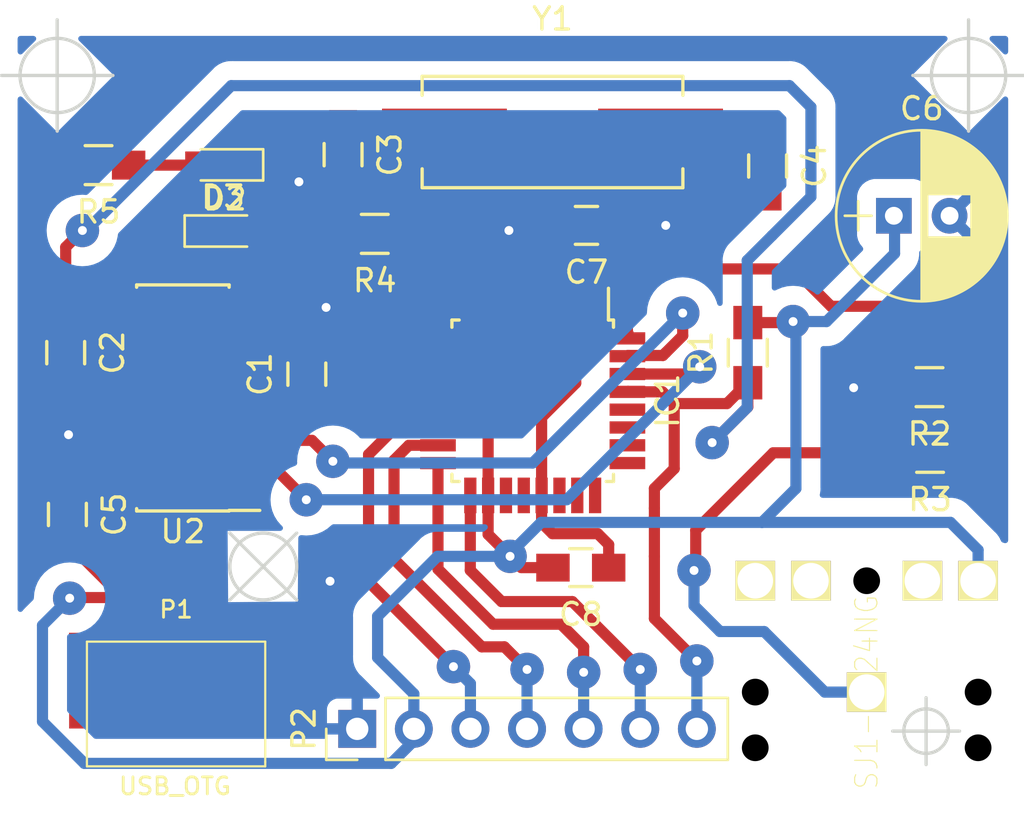
<source format=kicad_pcb>
(kicad_pcb (version 20221018) (generator pcbnew)
  (layers (0 "F.Cu" signal) (31 "B.Cu" signal) (34 "B.Paste" user) (35 "F.Paste" user) (36 "B.SilkS" user "B.Silkscreen") (37 "F.SilkS" user "F.Silkscreen") (38 "B.Mask" user) (39 "F.Mask" user) (44 "Edge.Cuts" user))
  (net 0 "")
  (net 1 "Net-(U1-Pad3)")
  (net 2 "+5V")
  (net 3 "Net-(U1-Pad4)")
  (net 4 "MM_TXD")
  (net 5 "Net-(P1-Pad2)")
  (net 6 "Net-(P1-Pad3)")
  (net 7 "Net-(P1-Pad4)")
  (net 8 "GND")
  (net 9 "Net-(C2-Pad1)")
  (net 10 "Net-(U2-Pad15)")
  (net 11 "Net-(U2-Pad14)")
  (net 12 "DTR")
  (net 13 "Net-(U2-Pad12)")
  (net 14 "Net-(U2-Pad11)")
  (net 15 "Net-(U2-Pad10)")
  (net 16 "Net-(U2-Pad9)")
  (net 17 "Net-(U2-Pad8)")
  (net 18 "CLKOUT")
  (net 19 "Net-(C1-Pad1)")
  (net 20 "TXD")
  (net 21 "RXD")
  (net 22 "Net-(IC1-Pad28)")
  (net 23 "Net-(IC1-Pad27)")
  (net 24 "Net-(IC1-Pad26)")
  (net 25 "Net-(IC1-Pad25)")
  (net 26 "Net-(IC1-Pad24)")
  (net 27 "Net-(IC1-Pad23)")
  (net 28 "Net-(IC1-Pad22)")
  (net 29 "Net-(IC1-Pad20)")
  (net 30 "Net-(IC1-Pad19)")
  (net 31 "Net-(IC1-Pad17)")
  (net 32 "Net-(IC1-Pad16)")
  (net 33 "Net-(IC1-Pad15)")
  (net 34 "Net-(IC1-Pad14)")
  (net 35 "Net-(IC1-Pad13)")
  (net 36 "Net-(IC1-Pad11)")
  (net 37 "Net-(IC1-Pad10)")
  (net 38 "Net-(IC1-Pad9)")
  (net 39 "Net-(C3-Pad1)")
  (net 40 "Net-(C4-Pad1)")
  (net 41 "Net-(IC1-Pad2)")
  (net 42 "Net-(IC1-Pad1)")
  (net 43 "Net-(R3-Pad2)")
  (net 44 "Net-(D2-Pad2)")
  (net 45 "Net-(D3-Pad2)")
  (footprint "SJ1-3524NG:PIN-4" (layer "F.Cu") (at 159.0802 111.5822 90)
    (fp_text reference "U1" (at 0 0 90) (layer "F.SilkS") (effects (font (size 1 0.9) (thickness 0.05))))
    (fp_text value "SJ1-3524NG" (at 0 0 90) (layer "F.SilkS") (effects (font (size 1 0.9) (thickness 0.05))))
    (pad "" np_thru_hole circle (at -2.5 -5 90) (size 1.2 1.2) (drill 1.2) (layers))
    (pad "" np_thru_hole circle (at -2.5 5 90) (size 1.2 1.2) (drill 1.2) (layers))
    (pad "" np_thru_hole circle (at 0 -5 90) (size 1.2 1.2) (drill 1.2) (layers))
    (pad "" np_thru_hole circle (at 0 5 90) (size 1.2 1.2) (drill 1.2) (layers))
    (pad "" np_thru_hole circle (at 5 0 90) (size 1.2 1.2) (drill 1.2) (layers))
    (pad "1" thru_hole rect (at 0 0 90) (size 1.778 1.778) (drill 1.6) (layers "*.Cu" "*.Mask" "F.SilkS") (net 43 "Net-(R3-Pad2)"))
    (pad "2" thru_hole rect (at 5 5 90) (size 1.778 1.778) (drill 1.6) (layers "*.Cu" "*.Mask" "F.SilkS") (net 2 "+5V"))
    (pad "3" thru_hole rect (at 5 -5 90) (size 1.778 1.778) (drill 1.6) (layers "*.Cu" "*.Mask" "F.SilkS") (net 1 "Net-(U1-Pad3)"))
    (pad "4" thru_hole rect (at 5 2.5 90) (size 1.778 1.778) (drill 1.6) (layers "*.Cu" "*.Mask" "F.SilkS") (net 3 "Net-(U1-Pad4)"))
    (pad "5" thru_hole rect (at 5 -2.5 90) (size 1.778 1.778) (drill 1.6) (layers "*.Cu" "*.Mask" "F.SilkS"))
  )
  (footprint "Resistors_SMD:R_0805_HandSoldering" (layer "F.Cu") (at 153.7462 96.3422 90)
    (fp_text reference "R1" (at 0 -2.1 90) (layer "F.SilkS"))
    (fp_text value "10k")
    (pad "1" smd rect (at -1.35 0 90) (size 1.5 1.3) (layers "F.Cu" "F.Paste" "F.Mask") (net 9 "Net-(C2-Pad1)"))
    (pad "2" smd rect (at 1.35 0 90) (size 1.5 1.3) (layers "F.Cu" "F.Paste" "F.Mask") (net 2 "+5V"))
  )
  (footprint "Housings_SOIC:SOIC-16_3.9x9.9mm_Pitch1.27mm" (layer "F.Cu") (at 128.397 98.3742 180)
    (fp_text reference "U2" (at 0 -6 180) (layer "F.SilkS"))
    (fp_text value "CH340G")
    (pad "1" smd rect (at -2.7 -4.445 180) (size 1.5 0.6) (layers "F.Cu" "F.Paste" "F.Mask") (net 8 "GND"))
    (pad "2" smd rect (at -2.7 -3.175 180) (size 1.5 0.6) (layers "F.Cu" "F.Paste" "F.Mask") (net 21 "RXD"))
    (pad "3" smd rect (at -2.7 -1.905 180) (size 1.5 0.6) (layers "F.Cu" "F.Paste" "F.Mask") (net 20 "TXD"))
    (pad "4" smd rect (at -2.7 -0.635 180) (size 1.5 0.6) (layers "F.Cu" "F.Paste" "F.Mask") (net 19 "Net-(C1-Pad1)"))
    (pad "5" smd rect (at -2.7 0.635 180) (size 1.5 0.6) (layers "F.Cu" "F.Paste" "F.Mask") (net 6 "Net-(P1-Pad3)"))
    (pad "6" smd rect (at -2.7 1.905 180) (size 1.5 0.6) (layers "F.Cu" "F.Paste" "F.Mask") (net 5 "Net-(P1-Pad2)"))
    (pad "7" smd rect (at -2.7 3.175 180) (size 1.5 0.6) (layers "F.Cu" "F.Paste" "F.Mask") (net 18 "CLKOUT"))
    (pad "8" smd rect (at -2.7 4.445 180) (size 1.5 0.6) (layers "F.Cu" "F.Paste" "F.Mask") (net 17 "Net-(U2-Pad8)"))
    (pad "9" smd rect (at 2.7 4.445 180) (size 1.5 0.6) (layers "F.Cu" "F.Paste" "F.Mask") (net 16 "Net-(U2-Pad9)"))
    (pad "10" smd rect (at 2.7 3.175 180) (size 1.5 0.6) (layers "F.Cu" "F.Paste" "F.Mask") (net 15 "Net-(U2-Pad10)"))
    (pad "11" smd rect (at 2.7 1.905 180) (size 1.5 0.6) (layers "F.Cu" "F.Paste" "F.Mask") (net 14 "Net-(U2-Pad11)"))
    (pad "12" smd rect (at 2.7 0.635 180) (size 1.5 0.6) (layers "F.Cu" "F.Paste" "F.Mask") (net 13 "Net-(U2-Pad12)"))
    (pad "13" smd rect (at 2.7 -0.635 180) (size 1.5 0.6) (layers "F.Cu" "F.Paste" "F.Mask") (net 12 "DTR"))
    (pad "14" smd rect (at 2.7 -1.905 180) (size 1.5 0.6) (layers "F.Cu" "F.Paste" "F.Mask") (net 11 "Net-(U2-Pad14)"))
    (pad "15" smd rect (at 2.7 -3.175 180) (size 1.5 0.6) (layers "F.Cu" "F.Paste" "F.Mask") (net 10 "Net-(U2-Pad15)"))
    (pad "16" smd rect (at 2.7 -4.445 180) (size 1.5 0.6) (layers "F.Cu" "F.Paste" "F.Mask") (net 2 "+5V"))
  )
  (footprint "Housings_QFP:TQFP-32_7x7mm_Pitch0.8mm" (layer "F.Cu") (at 144.0942 98.5012 -90)
    (fp_text reference "IC1" (at 0 -6.05 270) (layer "F.SilkS"))
    (fp_text value "ATMEGA328P-A")
    (pad "1" smd rect (at -4.25 -2.8 270) (size 1.6 0.55) (layers "F.Cu" "F.Paste" "F.Mask") (net 42 "Net-(IC1-Pad1)"))
    (pad "2" smd rect (at -4.25 -2 270) (size 1.6 0.55) (layers "F.Cu" "F.Paste" "F.Mask") (net 41 "Net-(IC1-Pad2)"))
    (pad "3" smd rect (at -4.25 -1.2 270) (size 1.6 0.55) (layers "F.Cu" "F.Paste" "F.Mask") (net 8 "GND"))
    (pad "4" smd rect (at -4.25 -0.4 270) (size 1.6 0.55) (layers "F.Cu" "F.Paste" "F.Mask") (net 2 "+5V"))
    (pad "5" smd rect (at -4.25 0.4 270) (size 1.6 0.55) (layers "F.Cu" "F.Paste" "F.Mask") (net 8 "GND"))
    (pad "6" smd rect (at -4.25 1.2 270) (size 1.6 0.55) (layers "F.Cu" "F.Paste" "F.Mask") (net 2 "+5V"))
    (pad "7" smd rect (at -4.25 2 270) (size 1.6 0.55) (layers "F.Cu" "F.Paste" "F.Mask") (net 40 "Net-(C4-Pad1)"))
    (pad "8" smd rect (at -4.25 2.8 270) (size 1.6 0.55) (layers "F.Cu" "F.Paste" "F.Mask") (net 39 "Net-(C3-Pad1)"))
    (pad "9" smd rect (at -2.8 4.25) (size 1.6 0.55) (layers "F.Cu" "F.Paste" "F.Mask") (net 38 "Net-(IC1-Pad9)"))
    (pad "10" smd rect (at -2 4.25) (size 1.6 0.55) (layers "F.Cu" "F.Paste" "F.Mask") (net 37 "Net-(IC1-Pad10)"))
    (pad "11" smd rect (at -1.2 4.25) (size 1.6 0.55) (layers "F.Cu" "F.Paste" "F.Mask") (net 36 "Net-(IC1-Pad11)"))
    (pad "12" smd rect (at -0.4 4.25) (size 1.6 0.55) (layers "F.Cu" "F.Paste" "F.Mask") (net 18 "CLKOUT"))
    (pad "13" smd rect (at 0.4 4.25) (size 1.6 0.55) (layers "F.Cu" "F.Paste" "F.Mask") (net 35 "Net-(IC1-Pad13)"))
    (pad "14" smd rect (at 1.2 4.25) (size 1.6 0.55) (layers "F.Cu" "F.Paste" "F.Mask") (net 34 "Net-(IC1-Pad14)"))
    (pad "15" smd rect (at 2 4.25) (size 1.6 0.55) (layers "F.Cu" "F.Paste" "F.Mask") (net 33 "Net-(IC1-Pad15)"))
    (pad "16" smd rect (at 2.8 4.25) (size 1.6 0.55) (layers "F.Cu" "F.Paste" "F.Mask") (net 32 "Net-(IC1-Pad16)"))
    (pad "17" smd rect (at 4.25 2.8 270) (size 1.6 0.55) (layers "F.Cu" "F.Paste" "F.Mask") (net 31 "Net-(IC1-Pad17)"))
    (pad "18" smd rect (at 4.25 2 270) (size 1.6 0.55) (layers "F.Cu" "F.Paste" "F.Mask") (net 2 "+5V"))
    (pad "19" smd rect (at 4.25 1.2 270) (size 1.6 0.55) (layers "F.Cu" "F.Paste" "F.Mask") (net 30 "Net-(IC1-Pad19)"))
    (pad "20" smd rect (at 4.25 0.4 270) (size 1.6 0.55) (layers "F.Cu" "F.Paste" "F.Mask") (net 29 "Net-(IC1-Pad20)"))
    (pad "21" smd rect (at 4.25 -0.4 270) (size 1.6 0.55) (layers "F.Cu" "F.Paste" "F.Mask") (net 8 "GND"))
    (pad "22" smd rect (at 4.25 -1.2 270) (size 1.6 0.55) (layers "F.Cu" "F.Paste" "F.Mask") (net 28 "Net-(IC1-Pad22)"))
    (pad "23" smd rect (at 4.25 -2 270) (size 1.6 0.55) (layers "F.Cu" "F.Paste" "F.Mask") (net 27 "Net-(IC1-Pad23)"))
    (pad "24" smd rect (at 4.25 -2.8 270) (size 1.6 0.55) (layers "F.Cu" "F.Paste" "F.Mask") (net 26 "Net-(IC1-Pad24)"))
    (pad "25" smd rect (at 2.8 -4.25) (size 1.6 0.55) (layers "F.Cu" "F.Paste" "F.Mask") (net 25 "Net-(IC1-Pad25)"))
    (pad "26" smd rect (at 2 -4.25) (size 1.6 0.55) (layers "F.Cu" "F.Paste" "F.Mask") (net 24 "Net-(IC1-Pad26)"))
    (pad "27" smd rect (at 1.2 -4.25) (size 1.6 0.55) (layers "F.Cu" "F.Paste" "F.Mask") (net 23 "Net-(IC1-Pad27)"))
    (pad "28" smd rect (at 0.4 -4.25) (size 1.6 0.55) (layers "F.Cu" "F.Paste" "F.Mask") (net 22 "Net-(IC1-Pad28)"))
    (pad "29" smd rect (at -0.4 -4.25) (size 1.6 0.55) (layers "F.Cu" "F.Paste" "F.Mask") (net 9 "Net-(C2-Pad1)"))
    (pad "30" smd rect (at -1.2 -4.25) (size 1.6 0.55) (layers "F.Cu" "F.Paste" "F.Mask") (net 21 "RXD"))
    (pad "31" smd rect (at -2 -4.25) (size 1.6 0.55) (layers "F.Cu" "F.Paste" "F.Mask") (net 20 "TXD"))
    (pad "32" smd rect (at -2.8 -4.25) (size 1.6 0.55) (layers "F.Cu" "F.Paste" "F.Mask") (net 4 "MM_TXD"))
  )
  (footprint "Crystals:Crystal_HC49-SD_SMD" (layer "F.Cu") (at 144.9832 86.4362)
    (fp_text reference "Y1" (at 0 -5.08) (layer "F.SilkS"))
    (fp_text value "Crystal")
    (pad "1" smd rect (at -4.84886 0) (size 5.6007 2.10058) (layers "F.Cu" "F.Paste" "F.Mask") (net 39 "Net-(C3-Pad1)"))
    (pad "2" smd rect (at 4.84886 0) (size 5.6007 2.10058) (layers "F.Cu" "F.Paste" "F.Mask") (net 40 "Net-(C4-Pad1)"))
  )
  (footprint "Capacitors_SMD:C_0805_HandSoldering" (layer "F.Cu") (at 133.9596 97.3074 90)
    (fp_text reference "C1" (at 0 -2.1 90) (layer "F.SilkS"))
    (fp_text value "0.1u")
    (pad "1" smd rect (at -1.25 0 90) (size 1.5 1.25) (layers "F.Cu" "F.Paste" "F.Mask") (net 19 "Net-(C1-Pad1)"))
    (pad "2" smd rect (at 1.25 0 90) (size 1.5 1.25) (layers "F.Cu" "F.Paste" "F.Mask") (net 8 "GND"))
  )
  (footprint "Capacitors_SMD:C_0805_HandSoldering" (layer "F.Cu") (at 123.1392 96.3422 -90)
    (fp_text reference "C2" (at 0 -2.1 270) (layer "F.SilkS"))
    (fp_text value "0.1u")
    (pad "1" smd rect (at -1.25 0 270) (size 1.5 1.25) (layers "F.Cu" "F.Paste" "F.Mask") (net 9 "Net-(C2-Pad1)"))
    (pad "2" smd rect (at 1.25 0 270) (size 1.5 1.25) (layers "F.Cu" "F.Paste" "F.Mask") (net 12 "DTR"))
  )
  (footprint "Capacitors_SMD:C_0805_HandSoldering" (layer "F.Cu") (at 135.5852 87.4522 -90)
    (fp_text reference "C3" (at 0 -2.1 270) (layer "F.SilkS"))
    (fp_text value "22p")
    (pad "1" smd rect (at -1.25 0 270) (size 1.5 1.25) (layers "F.Cu" "F.Paste" "F.Mask") (net 39 "Net-(C3-Pad1)"))
    (pad "2" smd rect (at 1.25 0 270) (size 1.5 1.25) (layers "F.Cu" "F.Paste" "F.Mask") (net 8 "GND"))
  )
  (footprint "Capacitors_SMD:C_0805_HandSoldering" (layer "F.Cu") (at 154.6352 87.9602 -90)
    (fp_text reference "C4" (at 0 -2.1 270) (layer "F.SilkS"))
    (fp_text value "22p")
    (pad "1" smd rect (at -1.25 0 270) (size 1.5 1.25) (layers "F.Cu" "F.Paste" "F.Mask") (net 40 "Net-(C4-Pad1)"))
    (pad "2" smd rect (at 1.25 0 270) (size 1.5 1.25) (layers "F.Cu" "F.Paste" "F.Mask") (net 8 "GND"))
  )
  (footprint "Capacitors_SMD:C_0805_HandSoldering" (layer "F.Cu") (at 123.2154 103.6066 -90)
    (fp_text reference "C5" (at 0 -2.1 270) (layer "F.SilkS"))
    (fp_text value "0.1u")
    (pad "1" smd rect (at -1.25 0 270) (size 1.5 1.25) (layers "F.Cu" "F.Paste" "F.Mask") (net 8 "GND"))
    (pad "2" smd rect (at 1.25 0 270) (size 1.5 1.25) (layers "F.Cu" "F.Paste" "F.Mask") (net 2 "+5V"))
  )
  (footprint "Capacitors_SMD:C_0805_HandSoldering" (layer "F.Cu") (at 146.5072 90.6272 180)
    (fp_text reference "C7" (at 0 -2.1 180) (layer "F.SilkS"))
    (fp_text value "0.1u")
    (pad "1" smd rect (at -1.25 0 180) (size 1.5 1.25) (layers "F.Cu" "F.Paste" "F.Mask") (net 8 "GND"))
    (pad "2" smd rect (at 1.25 0 180) (size 1.5 1.25) (layers "F.Cu" "F.Paste" "F.Mask") (net 2 "+5V"))
  )
  (footprint "Capacitors_SMD:C_0805_HandSoldering" (layer "F.Cu") (at 146.2532 105.9942 180)
    (fp_text reference "C8" (at 0 -2.1 180) (layer "F.SilkS"))
    (fp_text value "0.1u")
    (pad "1" smd rect (at -1.25 0 180) (size 1.5 1.25) (layers "F.Cu" "F.Paste" "F.Mask") (net 8 "GND"))
    (pad "2" smd rect (at 1.25 0 180) (size 1.5 1.25) (layers "F.Cu" "F.Paste" "F.Mask") (net 2 "+5V"))
  )
  (footprint "Pin_Headers:Pin_Header_Straight_1x07_Pitch2.54mm" (layer "F.Cu") (at 136.2202 113.2332 90)
    (fp_text reference "P2" (at 0 -2.39 90) (layer "F.SilkS"))
    (fp_text value "CONN_01X07")
    (pad "1" thru_hole rect (at 0 0 90) (size 1.7 1.7) (drill 1) (layers "*.Cu" "*.Mask") (net 8 "GND"))
    (pad "2" thru_hole oval (at 0 2.54 90) (size 1.7 1.7) (drill 1) (layers "*.Cu" "*.Mask") (net 2 "+5V"))
    (pad "3" thru_hole oval (at 0 5.08 90) (size 1.7 1.7) (drill 1) (layers "*.Cu" "*.Mask") (net 34 "Net-(IC1-Pad14)"))
    (pad "4" thru_hole oval (at 0 7.62 90) (size 1.7 1.7) (drill 1) (layers "*.Cu" "*.Mask") (net 33 "Net-(IC1-Pad15)"))
    (pad "5" thru_hole oval (at 0 10.16 90) (size 1.7 1.7) (drill 1) (layers "*.Cu" "*.Mask") (net 32 "Net-(IC1-Pad16)"))
    (pad "6" thru_hole oval (at 0 12.7 90) (size 1.7 1.7) (drill 1) (layers "*.Cu" "*.Mask") (net 31 "Net-(IC1-Pad17)"))
    (pad "7" thru_hole oval (at 0 15.24 90) (size 1.7 1.7) (drill 1) (layers "*.Cu" "*.Mask") (net 9 "Net-(C2-Pad1)"))
  )
  (footprint "Resistors_SMD:R_0805_HandSoldering" (layer "F.Cu") (at 161.8996 97.8916 180)
    (fp_text reference "R2" (at 0 -2.1 180) (layer "F.SilkS"))
    (fp_text value "2.2k")
    (pad "1" smd rect (at -1.35 0 180) (size 1.5 1.3) (layers "F.Cu" "F.Paste" "F.Mask") (net 4 "MM_TXD"))
    (pad "2" smd rect (at 1.35 0 180) (size 1.5 1.3) (layers "F.Cu" "F.Paste" "F.Mask") (net 8 "GND"))
  )
  (footprint "Resistors_SMD:R_0805_HandSoldering" (layer "F.Cu") (at 161.925 100.838 180)
    (fp_text reference "R3" (at 0 -2.1 180) (layer "F.SilkS"))
    (fp_text value "220")
    (pad "1" smd rect (at -1.35 0 180) (size 1.5 1.3) (layers "F.Cu" "F.Paste" "F.Mask") (net 4 "MM_TXD"))
    (pad "2" smd rect (at 1.35 0 180) (size 1.5 1.3) (layers "F.Cu" "F.Paste" "F.Mask") (net 43 "Net-(R3-Pad2)"))
  )
  (footprint "Resistors_SMD:R_0805_HandSoldering" (layer "F.Cu") (at 137.0076 91.0082 180)
    (fp_text reference "R4" (at 0 -2.1 180) (layer "F.SilkS"))
    (fp_text value "82")
    (pad "1" smd rect (at -1.35 0 180) (size 1.5 1.3) (layers "F.Cu" "F.Paste" "F.Mask") (net 38 "Net-(IC1-Pad9)"))
    (pad "2" smd rect (at 1.35 0 180) (size 1.5 1.3) (layers "F.Cu" "F.Paste" "F.Mask") (net 44 "Net-(D2-Pad2)"))
  )
  (footprint "Resistors_SMD:R_0805_HandSoldering" (layer "F.Cu") (at 124.6124 87.9221 180)
    (fp_text reference "R5" (at 0 -2.1 180) (layer "F.SilkS"))
    (fp_text value "4.7k")
    (pad "1" smd rect (at -1.35 0 180) (size 1.5 1.3) (layers "F.Cu" "F.Paste" "F.Mask") (net 45 "Net-(D3-Pad2)"))
    (pad "2" smd rect (at 1.35 0 180) (size 1.5 1.3) (layers "F.Cu" "F.Paste" "F.Mask") (net 2 "+5V"))
  )
  (footprint "LEDs:LED_0805" (layer "F.Cu") (at 130.2766 90.8812)
    (fp_text reference "D2" (at 0 -1.45) (layer "F.SilkS"))
    (fp_text value "BLUE")
    (pad "1" smd rect (at -1.1 0 180) (size 1.2 1.2) (layers "F.Cu" "F.Paste" "F.Mask") (net 8 "GND"))
    (pad "2" smd rect (at 1.1 0 180) (size 1.2 1.2) (layers "F.Cu" "F.Paste" "F.Mask") (net 44 "Net-(D2-Pad2)"))
  )
  (footprint "LEDs:LED_0805" (layer "F.Cu") (at 130.2004 87.9094 180)
    (fp_text reference "D3" (at 0 -1.45 180) (layer "F.SilkS"))
    (fp_text value "RED")
    (pad "1" smd rect (at -1.1 0) (size 1.2 1.2) (layers "F.Cu" "F.Paste" "F.Mask") (net 8 "GND"))
    (pad "2" smd rect (at 1.1 0) (size 1.2 1.2) (layers "F.Cu" "F.Paste" "F.Mask") (net 45 "Net-(D3-Pad2)"))
  )
  (footprint "bullion:MICRO-B_USB" (layer "F.Cu") (at 128.0922 113.7158)
    (fp_text reference "P1" (at 0 -5.842) (layer "F.SilkS") (effects (font (size 0.762 0.762) (thickness 0.127))))
    (fp_text value "USB_OTG" (at -0.05 2.09) (layer "F.SilkS") (effects (font (size 0.762 0.762) (thickness 0.127))))
    (pad "" smd rect (at -3.79984 -1.4478) (size 2 1.89738) (layers "F.Cu" "F.Paste" "F.Mask"))
    (pad "" smd rect (at -3.556 -3.99796) (size 2.5 1.59766) (layers "F.Cu" "F.Paste" "F.Mask"))
    (pad "" smd rect (at -1.19888 -1.4478) (size 1.89738 1.89738) (layers "F.Cu" "F.Paste" "F.Mask"))
    (pad "" smd rect (at 1.19888 -1.4478) (size 1.89992 1.89738) (layers "F.Cu" "F.Paste" "F.Mask"))
    (pad "" smd rect (at 3.81 -3.99796) (size 2.5 1.59766) (layers "F.Cu" "F.Paste" "F.Mask"))
    (pad "" smd rect (at 4.064 -1.4478) (size 2 1.89738) (layers "F.Cu" "F.Paste" "F.Mask"))
    (pad "1" smd rect (at -1.29794 -4.12496) (size 0.39878 1.3462) (layers "F.Cu" "F.Paste" "F.Mask") (net 2 "+5V") (clearance 0.2032))
    (pad "2" smd rect (at -0.6477 -4.12496) (size 0.39878 1.3462) (layers "F.Cu" "F.Paste" "F.Mask") (net 5 "Net-(P1-Pad2)") (clearance 0.2032))
    (pad "3" smd rect (at 0 -4.12496) (size 0.39878 1.3462) (layers "F.Cu" "F.Paste" "F.Mask") (net 6 "Net-(P1-Pad3)") (clearance 0.2032))
    (pad "4" smd rect (at 0.6477 -4.12496) (size 0.39878 1.3462) (layers "F.Cu" "F.Paste" "F.Mask") (net 7 "Net-(P1-Pad4)") (clearance 0.2032))
    (pad "5" smd rect (at 1.29794 -4.12496) (size 0.39878 1.3462) (layers "F.Cu" "F.Paste" "F.Mask") (net 8 "GND") (clearance 0.2032))
  )
  (footprint "Capacitors_THT:CP_Radial_D7.5mm_P2.50mm" (layer "F.Cu") (at 160.2994 90.1954)
    (fp_text reference "C6" (at 1.25 -4.81) (layer "F.SilkS"))
    (fp_text value "47u")
    (pad "1" thru_hole rect (at 0 0) (size 1.6 1.6) (drill 0.8) (layers "*.Cu" "*.Mask") (net 2 "+5V"))
    (pad "2" thru_hole circle (at 2.5 0) (size 1.6 1.6) (drill 0.8) (layers "*.Cu" "*.Mask") (net 8 "GND"))
  )
  (target x (at 132.0038 105.9434) (size 3) (width 0.15) (layer "Edge.Cuts"))
  (target plus (at 161.7472 113.3348) (size 3) (width 0.15) (layer "Edge.Cuts"))
  (target plus (at 122.7582 83.8962) (size 5) (width 0.15) (layer "Edge.Cuts"))
  (target plus (at 163.6522 83.8962) (size 5) (width 0.15) (layer "Edge.Cuts"))
  (segment (start 126.79426 108.43546) (end 125.6792 107.3204) (width 0.5) (layer "F.Cu") (net 2))
  (segment (start 125.697 107.3382) (end 125.6792 107.356) (width 0.5) (layer "F.Cu") (net 2))
  (segment (start 125.6792 107.356) (end 125.6792 107.3912) (width 0.5) (layer "F.Cu") (net 2))
  (segment (start 125.6792 107.3912) (end 125.6792 107.3204) (width 0.5) (layer "F.Cu") (net 2))
  (segment (start 125.6792 107.3204) (end 123.2154 104.8566) (width 0.5) (layer "F.Cu") (net 2))
  (segment (start 143.5862 105.9942) (end 143.0782 105.4862) (width 0.5) (layer "F.Cu") (net 2))
  (segment (start 142.0942 104.5022) (end 142.0942 102.7512) (width 0.5) (layer "F.Cu") (net 2))
  (segment (start 143.0782 105.4862) (end 142.0942 104.5022) (width 0.5) (layer "F.Cu") (net 2))
  (segment (start 155.7312 94.9922) (end 155.7782 94.9452) (width 0.5) (layer "F.Cu") (net 2))
  (segment (start 142.0942 99.7392) (end 142.8942 98.9392) (width 0.5) (layer "F.Cu") (net 2))
  (segment (start 142.8942 98.9392) (end 142.8942 94.2512) (width 0.5) (layer "F.Cu") (net 2))
  (segment (start 144.4942 97.3392) (end 142.8942 98.9392) (width 0.5) (layer "F.Cu") (net 2))
  (segment (start 144.4942 91.3902) (end 145.2572 90.6272) (width 0.5) (layer "F.Cu") (net 2))
  (segment (start 123.317 107.3658) (end 123.3446 107.3382) (width 0.5) (layer "F.Cu") (net 2))
  (segment (start 123.3446 107.3382) (end 125.697 107.3382) (width 0.5) (layer "F.Cu") (net 2))
  (segment (start 122.0397 104.8566) (end 121.4247 104.2416) (width 0.5) (layer "F.Cu") (net 2))
  (segment (start 121.4247 104.2416) (end 121.4247 89.7598) (width 0.5) (layer "F.Cu") (net 2))
  (segment (start 121.4247 89.7598) (end 123.2624 87.9221) (width 0.5) (layer "F.Cu") (net 2))
  (segment (start 144.4942 94.2512) (end 144.4942 97.3392) (width 0.5) (layer "F.Cu") (net 2))
  (segment (start 126.79426 109.59084) (end 126.79426 108.43546) (width 0.5) (layer "F.Cu") (net 2))
  (segment (start 123.2154 104.8566) (end 122.0397 104.8566) (width 0.5) (layer "F.Cu") (net 2))
  (segment (start 142.0942 102.7512) (end 142.0942 99.7392) (width 0.5) (layer "F.Cu") (net 2))
  (segment (start 125.697 102.8192) (end 125.697 107.3382) (width 0.5) (layer "F.Cu") (net 2))
  (segment (start 144.4942 94.2512) (end 144.4942 91.3902) (width 0.5) (layer "F.Cu") (net 2))
  (segment (start 155.7312 94.9922) (end 153.7462 94.9922) (width 0.5) (layer "F.Cu") (net 2))
  (segment (start 145.0032 105.9942) (end 143.5862 105.9942) (width 0.5) (layer "F.Cu") (net 2))
  (via (at 123.317 107.3658) (size 1.5) (drill 0.4) (layers "F.Cu" "B.Cu") (net 2))
  (via (at 143.0782 105.4862) (size 1.5) (drill 0.4) (layers "F.Cu" "B.Cu") (net 2))
  (via (at 155.7782 94.9452) (size 1.5) (drill 0.4) (layers "F.Cu" "B.Cu") (net 2))
  (segment (start 143.0782 105.3592) (end 144.4752 103.9622) (width 0.5) (layer "B.Cu") (net 2))
  (segment (start 144.4752 103.9622) (end 154.3812 103.9622) (width 0.5) (layer "B.Cu") (net 2))
  (segment (start 138.7602 113.7666) (end 137.7442 114.7826) (width 0.5) (layer "B.Cu") (net 2))
  (segment (start 137.7442 114.7826) (end 123.9774 114.7826) (width 0.5) (layer "B.Cu") (net 2))
  (segment (start 123.9774 114.7826) (end 122.0978 112.903) (width 0.5) (layer "B.Cu") (net 2))
  (segment (start 122.0978 112.903) (end 122.0978 108.585) (width 0.5) (layer "B.Cu") (net 2))
  (segment (start 122.0978 108.585) (end 123.317 107.3658) (width 0.5) (layer "B.Cu") (net 2))
  (segment (start 138.7602 111.6584) (end 137.1346 110.0328) (width 0.5) (layer "B.Cu") (net 2))
  (segment (start 137.1346 110.0328) (end 137.1346 108.1786) (width 0.5) (layer "B.Cu") (net 2))
  (segment (start 137.1346 108.1786) (end 139.827 105.4862) (width 0.5) (layer "B.Cu") (net 2))
  (segment (start 139.827 105.4862) (end 143.0782 105.4862) (width 0.5) (layer "B.Cu") (net 2))
  (segment (start 155.9052 102.4382) (end 155.9052 95.0722) (width 0.5) (layer "B.Cu") (net 2))
  (segment (start 155.9052 95.0722) (end 155.7782 94.9452) (width 0.5) (layer "B.Cu") (net 2))
  (segment (start 155.8671 102.4763) (end 155.9052 102.4382) (width 0.5) (layer "B.Cu") (net 2))
  (segment (start 157.2768 94.9452) (end 160.3314 91.8906) (width 0.5) (layer "B.Cu") (net 2))
  (segment (start 160.3314 91.8906) (end 160.3314 90.0684) (width 0.5) (layer "B.Cu") (net 2))
  (segment (start 162.8394 103.9622) (end 164.0802 105.203) (width 0.5) (layer "B.Cu") (net 2))
  (segment (start 164.0802 105.203) (end 164.0802 106.5822) (width 0.5) (layer "B.Cu") (net 2))
  (segment (start 155.7782 94.9452) (end 157.2768 94.9452) (width 0.5) (layer "B.Cu") (net 2))
  (segment (start 138.7602 113.2332) (end 138.7602 113.7666) (width 0.5) (layer "B.Cu") (net 2))
  (segment (start 154.3812 103.9622) (end 162.8394 103.9622) (width 0.5) (layer "B.Cu") (net 2))
  (segment (start 154.3812 103.9622) (end 155.8671 102.4763) (width 0.5) (layer "B.Cu") (net 2))
  (segment (start 138.7602 113.2332) (end 138.7602 111.6584) (width 0.5) (layer "B.Cu") (net 2))
  (segment (start 143.0782 105.4862) (end 143.0782 105.3592) (width 0.5) (layer "B.Cu") (net 2))
  (segment (start 148.3762 95.469198) (end 148.3442 95.7012) (width 0.5) (layer "F.Cu") (net 4))
  (segment (start 163.275 97.917) (end 163.2496 97.8916) (width 0.5) (layer "F.Cu") (net 4))
  (segment (start 163.2496 96.854) (end 160.655 94.2594) (width 0.5) (layer "F.Cu") (net 4))
  (segment (start 160.655 94.2594) (end 157.48 94.2594) (width 0.5) (layer "F.Cu") (net 4))
  (segment (start 157.48 94.2594) (end 155.8036 92.583) (width 0.5) (layer "F.Cu") (net 4))
  (segment (start 155.8036 92.583) (end 149.9616 92.583) (width 0.5) (layer "F.Cu") (net 4))
  (segment (start 149.9616 92.583) (end 148.3442 94.2004) (width 0.5) (layer "F.Cu") (net 4))
  (segment (start 148.3442 94.2004) (end 148.3442 95.7012) (width 0.5) (layer "F.Cu") (net 4))
  (segment (start 163.2496 97.8916) (end 163.2496 96.854) (width 0.5) (layer "F.Cu") (net 4))
  (segment (start 163.275 100.838) (end 163.275 97.917) (width 0.5) (layer "F.Cu") (net 4))
  (segment (start 127.4445 98.3869) (end 129.3622 96.4692) (width 0.5) (layer "F.Cu") (net 5))
  (segment (start 129.3622 96.4692) (end 131.097 96.4692) (width 0.5) (layer "F.Cu") (net 5))
  (segment (start 127.4445 109.59084) (end 127.4445 98.3869) (width 0.5) (layer "F.Cu") (net 5))
  (segment (start 128.0922 108.4072) (end 128.7272 107.7722) (width 0.5) (layer "F.Cu") (net 6))
  (segment (start 128.7272 107.7722) (end 128.7272 98.7552) (width 0.5) (layer "F.Cu") (net 6))
  (segment (start 128.7272 98.7552) (end 129.7432 97.7392) (width 0.5) (layer "F.Cu") (net 6))
  (segment (start 129.7432 97.7392) (end 131.097 97.7392) (width 0.5) (layer "F.Cu") (net 6))
  (segment (start 128.0922 109.59084) (end 128.0922 108.4072) (width 0.5) (layer "F.Cu") (net 6))
  (segment (start 144.4942 103.9812) (end 144.9832 104.4702) (width 0.5) (layer "F.Cu") (net 8))
  (segment (start 144.9832 104.4702) (end 147.0152 104.4702) (width 0.5) (layer "F.Cu") (net 8))
  (segment (start 147.0152 104.4702) (end 147.5032 104.9582) (width 0.5) (layer "F.Cu") (net 8))
  (segment (start 147.5032 104.9582) (end 147.5032 105.9942) (width 0.5) (layer "F.Cu") (net 8))
  (segment (start 145.2942 92.9832) (end 145.9992 92.2782) (width 0.5) (layer "F.Cu") (net 8))
  (segment (start 145.9992 92.2782) (end 147.1422 92.2782) (width 0.5) (layer "F.Cu") (net 8))
  (segment (start 147.1422 92.2782) (end 147.7572 91.6632) (width 0.5) (layer "F.Cu") (net 8))
  (segment (start 147.7572 91.6632) (end 147.7572 90.6272) (width 0.5) (layer "F.Cu") (net 8))
  (segment (start 153.2182 90.6272) (end 154.6352 89.2102) (width 0.5) (layer "F.Cu") (net 8))
  (segment (start 133.9342 95.1992) (end 134.8232 94.3102) (width 0.5) (layer "F.Cu") (net 8))
  (segment (start 123.2154 100.076) (end 123.2662 100.0252) (width 0.5) (layer "F.Cu") (net 8))
  (segment (start 129.39014 109.01426) (end 129.8702 108.5342) (width 0.5) (layer "F.Cu") (net 8))
  (segment (start 129.8702 108.5342) (end 129.8702 108.0262) (width 0.5) (layer "F.Cu") (net 8))
  (segment (start 129.8702 104.046) (end 131.097 102.8192) (width 0.5) (layer "F.Cu") (net 8))
  (segment (start 129.8702 108.0262) (end 129.8702 104.046) (width 0.5) (layer "F.Cu") (net 8))
  (segment (start 143.6942 92.691) (end 143.0274 92.0242) (width 0.5) (layer "F.Cu") (net 8))
  (segment (start 143.0274 92.0242) (end 143.0274 90.8558) (width 0.5) (layer "F.Cu") (net 8))
  (segment (start 146.0246 97.7138) (end 146.0246 96.0374) (width 0.5) (layer "F.Cu") (net 8))
  (segment (start 146.0246 96.0374) (end 145.2942 95.307) (width 0.5) (layer "F.Cu") (net 8))
  (segment (start 145.2942 95.307) (end 145.2942 94.2512) (width 0.5) (layer "F.Cu") (net 8))
  (segment (start 133.5786 108.0262) (end 135.001 106.6038) (width 0.5) (layer "F.Cu") (net 8))
  (segment (start 158.5214 97.8916) (end 158.496 97.917) (width 0.5) (layer "F.Cu") (net 8))
  (segment (start 133.6348 88.7022) (end 133.604 88.6714) (width 0.5) (layer "F.Cu") (net 8))
  (segment (start 132.842 87.9094) (end 133.604 88.6714) (width 0.5) (layer "F.Cu") (net 8))
  (segment (start 129.1766 89.492) (end 129.2606 89.408) (width 0.5) (layer "F.Cu") (net 8))
  (segment (start 129.2606 89.408) (end 132.8674 89.408) (width 0.5) (layer "F.Cu") (net 8))
  (segment (start 132.8674 89.408) (end 133.604 88.6714) (width 0.5) (layer "F.Cu") (net 8))
  (segment (start 145.2942 94.2512) (end 145.2942 92.9832) (width 0.5) (layer "F.Cu") (net 8))
  (segment (start 129.39014 109.59084) (end 129.39014 109.01426) (width 0.5) (layer "F.Cu") (net 8))
  (segment (start 144.4942 102.7512) (end 144.4942 99.2442) (width 0.5) (layer "F.Cu") (net 8))
  (segment (start 144.4942 102.7512) (end 144.4942 103.9812) (width 0.5) (layer "F.Cu") (net 8))
  (segment (start 133.9342 96.3622) (end 133.9342 95.1992) (width 0.5) (layer "F.Cu") (net 8))
  (segment (start 144.4942 99.2442) (end 146.0246 97.7138) (width 0.5) (layer "F.Cu") (net 8))
  (segment (start 147.7572 90.6272) (end 150.0632 90.6272) (width 0.5) (layer "F.Cu") (net 8))
  (segment (start 133.6348 88.7022) (end 135.5852 88.7022) (width 0.5) (layer "F.Cu") (net 8))
  (segment (start 123.2154 102.3566) (end 123.2154 100.076) (width 0.5) (layer "F.Cu") (net 8))
  (segment (start 143.6942 94.2512) (end 143.6942 92.691) (width 0.5) (layer "F.Cu") (net 8))
  (segment (start 129.8702 108.0262) (end 133.5786 108.0262) (width 0.5) (layer "F.Cu") (net 8))
  (segment (start 131.3004 87.9094) (end 132.842 87.9094) (width 0.5) (layer "F.Cu") (net 8))
  (segment (start 129.1766 90.8812) (end 129.1766 89.492) (width 0.5) (layer "F.Cu") (net 8))
  (segment (start 150.0632 90.6272) (end 153.2182 90.6272) (width 0.5) (layer "F.Cu") (net 8))
  (segment (start 160.5496 97.8916) (end 158.5214 97.8916) (width 0.5) (layer "F.Cu") (net 8))
  (via (at 143.0274 90.8558) (size 1.5) (drill 0.4) (layers "F.Cu" "B.Cu") (net 8))
  (via (at 133.604 88.6714) (size 1.5) (drill 0.4) (layers "F.Cu" "B.Cu") (net 8))
  (via (at 135.001 106.6038) (size 1.5) (drill 0.4) (layers "F.Cu" "B.Cu") (net 8))
  (via (at 123.2662 100.0252) (size 1.5) (drill 0.4) (layers "F.Cu" "B.Cu") (net 8))
  (via (at 158.496 97.917) (size 1.5) (drill 0.4) (layers "F.Cu" "B.Cu") (net 8))
  (via (at 150.0632 90.6272) (size 1.5) (drill 0.4) (layers "F.Cu" "B.Cu") (net 8))
  (via (at 134.8232 94.3102) (size 1.5) (drill 0.4) (layers "F.Cu" "B.Cu") (net 8))
  (segment (start 151.4602 110.1852) (end 149.5552 108.2802) (width 0.5) (layer "F.Cu") (net 9))
  (segment (start 149.5552 108.2802) (end 149.5552 105.4862) (width 0.5) (layer "F.Cu") (net 9))
  (segment (start 148.3722 98.0732) (end 148.3442 98.1012) (width 0.5) (layer "F.Cu") (net 9))
  (segment (start 149.9172 98.1012) (end 150.4442 98.6282) (width 0.5) (layer "F.Cu") (net 9))
  (segment (start 150.4442 98.6282) (end 152.8102 98.6282) (width 0.5) (layer "F.Cu") (net 9))
  (segment (start 152.8102 98.6282) (end 153.7462 97.6922) (width 0.5) (layer "F.Cu") (net 9))
  (segment (start 149.5552 102.4382) (end 150.4442 101.5492) (width 0.5) (layer "F.Cu") (net 9))
  (segment (start 150.4442 101.5492) (end 150.4442 98.6282) (width 0.5) (layer "F.Cu") (net 9))
  (segment (start 153.7462 98.7806) (end 152.146 100.3808) (width 0.5) (layer "F.Cu") (net 9))
  (segment (start 123.1392 91.6051) (end 123.8885 90.8558) (width 0.5) (layer "F.Cu") (net 9))
  (segment (start 149.5552 103.7082) (end 149.5552 103.3272) (width 0.5) (layer "F.Cu") (net 9))
  (segment (start 153.7462 97.6922) (end 153.7462 98.7806) (width 0.5) (layer "F.Cu") (net 9))
  (segment (start 123.1392 91.6051) (end 123.1392 95.0922) (width 0.5) (layer "F.Cu") (net 9))
  (segment (start 148.3442 98.1012) (end 149.9172 98.1012) (width 0.5) (layer "F.Cu") (net 9))
  (segment (start 149.5552 105.4862) (end 149.5552 103.7082) (width 0.5) (layer "F.Cu") (net 9))
  (segment (start 149.5552 103.3272) (end 149.5552 102.4382) (width 0.5) (layer "F.Cu") (net 9))
  (via (at 123.8885 90.8558) (size 1.5) (drill 0.4) (layers "F.Cu" "B.Cu") (net 9))
  (via (at 152.146 100.3808) (size 1.5) (drill 0.4) (layers "F.Cu" "B.Cu") (net 9))
  (via (at 151.4602 110.1852) (size 1.5) (drill 0.4) (layers "F.Cu" "B.Cu") (net 9))
  (segment (start 152.146 100.3808) (end 153.7208 98.806) (width 0.5) (layer "B.Cu") (net 9))
  (segment (start 153.7208 98.806) (end 153.7208 92.202) (width 0.5) (layer "B.Cu") (net 9))
  (segment (start 153.7208 92.202) (end 154.8384 91.0844) (width 0.5) (layer "B.Cu") (net 9))
  (segment (start 156.5783 85.3313) (end 156.5783 89.3445) (width 0.5) (layer "B.Cu") (net 9))
  (segment (start 156.5783 89.3445) (end 154.8384 91.0844) (width 0.5) (layer "B.Cu") (net 9))
  (segment (start 156.5783 85.3186) (end 155.6131 84.3534) (width 0.5) (layer "B.Cu") (net 9))
  (segment (start 155.6131 84.3534) (end 130.5687 84.3534) (width 0.5) (layer "B.Cu") (net 9))
  (segment (start 130.5687 84.3534) (end 124.0663 90.8558) (width 0.5) (layer "B.Cu") (net 9))
  (segment (start 124.0663 90.8558) (end 123.8885 90.8558) (width 0.5) (layer "B.Cu") (net 9))
  (segment (start 156.5783 85.3313) (end 156.5783 85.3186) (width 0.5) (layer "B.Cu") (net 9))
  (segment (start 151.4602 113.2332) (end 151.4602 110.1852) (width 0.5) (layer "B.Cu") (net 9))
  (segment (start 124.5562 99.0092) (end 123.1392 97.5922) (width 0.5) (layer "F.Cu") (net 12))
  (segment (start 125.697 99.0092) (end 124.5562 99.0092) (width 0.5) (layer "F.Cu") (net 12))
  (segment (start 136.4742 95.7072) (end 136.4742 96.8502) (width 0.5) (layer "F.Cu") (net 18))
  (segment (start 136.4742 96.8502) (end 137.7252 98.1012) (width 0.5) (layer "F.Cu") (net 18))
  (segment (start 139.8442 98.1012) (end 137.7252 98.1012) (width 0.5) (layer "F.Cu") (net 18))
  (segment (start 132.1562 95.1992) (end 133.0452 94.3102) (width 0.5) (layer "F.Cu") (net 18))
  (segment (start 133.0452 94.3102) (end 133.0452 93.6752) (width 0.5) (layer "F.Cu") (net 18))
  (segment (start 133.0452 93.6752) (end 134.0612 92.6592) (width 0.5) (layer "F.Cu") (net 18))
  (segment (start 134.0612 92.6592) (end 135.4582 92.6592) (width 0.5) (layer "F.Cu") (net 18))
  (segment (start 135.4582 92.6592) (end 136.4742 93.6752) (width 0.5) (layer "F.Cu") (net 18))
  (segment (start 136.4742 93.6752) (end 136.4742 95.7072) (width 0.5) (layer "F.Cu") (net 18))
  (segment (start 132.0292 95.1992) (end 132.1562 95.1992) (width 0.5) (layer "F.Cu") (net 18))
  (segment (start 132.0292 95.1992) (end 131.097 95.1992) (width 0.5) (layer "F.Cu") (net 18))
  (segment (start 133.7872 99.0092) (end 133.9342 98.8622) (width 0.5) (layer "F.Cu") (net 19))
  (segment (start 131.097 99.0092) (end 133.7872 99.0092) (width 0.5) (layer "F.Cu") (net 19))
  (segment (start 150.8252 94.5642) (end 150.8252 95.5802) (width 0.5) (layer "F.Cu") (net 20))
  (segment (start 150.8252 95.5802) (end 150.0632 96.3422) (width 0.5) (layer "F.Cu") (net 20))
  (segment (start 150.0632 96.3422) (end 149.9362 96.4692) (width 0.5) (layer "F.Cu") (net 20))
  (segment (start 148.3762 96.4692) (end 149.9362 96.4692) (width 0.5) (layer "F.Cu") (net 20))
  (segment (start 148.3762 96.4692) (end 148.3442 96.5012) (width 0.5) (layer "F.Cu") (net 20))
  (segment (start 134.1882 100.2792) (end 135.128 101.219) (width 0.5) (layer "F.Cu") (net 20))
  (segment (start 133.1722 100.2792) (end 134.1882 100.2792) (width 0.5) (layer "F.Cu") (net 20))
  (segment (start 133.1722 100.2792) (end 131.097 100.2792) (width 0.5) (layer "F.Cu") (net 20))
  (via (at 135.128 101.219) (size 1.5) (drill 0.4) (layers "F.Cu" "B.Cu") (net 20))
  (via (at 150.8252 94.5642) (size 1.5) (drill 0.4) (layers "F.Cu" "B.Cu") (net 20))
  (segment (start 144.0942 101.2952) (end 150.8252 94.5642) (width 0.5) (layer "B.Cu") (net 20))
  (segment (start 135.128 101.219) (end 135.2042 101.2952) (width 0.5) (layer "B.Cu") (net 20))
  (segment (start 135.2042 101.2952) (end 144.0942 101.2952) (width 0.5) (layer "B.Cu") (net 20))
  (segment (start 132.5372 101.5492) (end 133.9342 102.9462) (width 0.5) (layer "F.Cu") (net 21))
  (segment (start 151.5872 96.9772) (end 151.2632 97.3012) (width 0.5) (layer "F.Cu") (net 21))
  (segment (start 148.3442 97.3012) (end 151.2632 97.3012) (width 0.5) (layer "F.Cu") (net 21))
  (segment (start 132.5372 101.5492) (end 131.097 101.5492) (width 0.5) (layer "F.Cu") (net 21))
  (via (at 133.9342 102.9462) (size 1.5) (drill 0.4) (layers "F.Cu" "B.Cu") (net 21))
  (via (at 151.5872 96.9772) (size 1.5) (drill 0.4) (layers "F.Cu" "B.Cu") (net 21))
  (segment (start 145.9992 102.5652) (end 151.5872 96.9772) (width 0.5) (layer "B.Cu") (net 21))
  (segment (start 145.6182 102.9462) (end 145.9992 102.5652) (width 0.5) (layer "B.Cu") (net 21))
  (segment (start 133.9342 102.9462) (end 145.6182 102.9462) (width 0.5) (layer "B.Cu") (net 21))
  (segment (start 148.9202 110.5662) (end 145.8722 107.5182) (width 0.5) (layer "F.Cu") (net 31))
  (segment (start 145.8722 107.5182) (end 142.6972 107.5182) (width 0.5) (layer "F.Cu") (net 31))
  (segment (start 142.6972 107.5182) (end 141.2942 106.1152) (width 0.5) (layer "F.Cu") (net 31))
  (segment (start 141.2942 106.1152) (end 141.2942 102.7512) (width 0.5) (layer "F.Cu") (net 31))
  (via (at 148.9202 110.5662) (size 1.5) (drill 0.4) (layers "F.Cu" "B.Cu") (net 31))
  (segment (start 148.9202 113.2332) (end 148.9202 110.5662) (width 0.5) (layer "B.Cu") (net 31))
  (segment (start 146.3802 110.6932) (end 146.3802 109.5502) (width 0.5) (layer "F.Cu") (net 32))
  (segment (start 146.3802 109.5502) (end 145.3642 108.5342) (width 0.5) (layer "F.Cu") (net 32))
  (segment (start 145.3642 108.5342) (end 142.3162 108.5342) (width 0.5) (layer "F.Cu") (net 32))
  (segment (start 142.3162 108.5342) (end 139.8442 106.0622) (width 0.5) (layer "F.Cu") (net 32))
  (segment (start 139.8442 106.0622) (end 139.8442 101.3012) (width 0.5) (layer "F.Cu") (net 32))
  (via (at 146.3802 110.6932) (size 1.5) (drill 0.4) (layers "F.Cu" "B.Cu") (net 32))
  (segment (start 146.3802 113.2332) (end 146.3802 110.6932) (width 0.5) (layer "B.Cu") (net 32))
  (segment (start 143.8402 110.5662) (end 142.8242 109.5502) (width 0.5) (layer "F.Cu") (net 33))
  (segment (start 142.8242 109.5502) (end 141.8082 109.5502) (width 0.5) (layer "F.Cu") (net 33))
  (segment (start 141.8082 109.5502) (end 137.8712 105.6132) (width 0.5) (layer "F.Cu") (net 33))
  (segment (start 137.8712 105.6132) (end 137.8712 101.1682) (width 0.5) (layer "F.Cu") (net 33))
  (segment (start 137.8712 101.1682) (end 138.5382 100.5012) (width 0.5) (layer "F.Cu") (net 33))
  (segment (start 138.5382 100.5012) (end 139.8442 100.5012) (width 0.5) (layer "F.Cu") (net 33))
  (via (at 143.8402 110.5662) (size 1.5) (drill 0.4) (layers "F.Cu" "B.Cu") (net 33))
  (segment (start 143.8402 113.2332) (end 143.8402 110.5662) (width 0.5) (layer "B.Cu") (net 33))
  (segment (start 140.5382 110.4392) (end 136.7282 106.6292) (width 0.5) (layer "F.Cu") (net 34))
  (segment (start 136.7282 106.6292) (end 136.7282 100.9142) (width 0.5) (layer "F.Cu") (net 34))
  (segment (start 136.7282 100.9142) (end 137.9412 99.7012) (width 0.5) (layer "F.Cu") (net 34))
  (segment (start 137.9412 99.7012) (end 139.8442 99.7012) (width 0.5) (layer "F.Cu") (net 34))
  (via (at 140.5382 110.4392) (size 1.5) (drill 0.4) (layers "F.Cu" "B.Cu") (net 34))
  (segment (start 141.3002 111.2012) (end 140.5382 110.4392) (width 0.5) (layer "B.Cu") (net 34))
  (segment (start 141.3002 113.2332) (end 141.3002 112.8522) (width 0.5) (layer "B.Cu") (net 34))
  (segment (start 141.3002 113.2332) (end 141.3002 111.2012) (width 0.5) (layer "B.Cu") (net 34))
  (segment (start 139.8442 95.5466) (end 138.3576 94.06) (width 0.5) (layer "F.Cu") (net 38))
  (segment (start 138.3576 94.06) (end 138.3576 91.0082) (width 0.5) (layer "F.Cu") (net 38))
  (segment (start 139.8442 95.7012) (end 139.8442 95.5466) (width 0.5) (layer "F.Cu") (net 38))
  (segment (start 135.8192 86.4362) (end 135.5852 86.2022) (width 0.5) (layer "F.Cu") (net 39))
  (segment (start 140.13434 86.4362) (end 140.13434 91.62034) (width 0.5) (layer "F.Cu") (net 39))
  (segment (start 140.13434 93.09134) (end 141.2942 94.2512) (width 0.5) (layer "F.Cu") (net 39))
  (segment (start 140.13434 91.62034) (end 140.13434 93.09134) (width 0.5) (layer "F.Cu") (net 39))
  (segment (start 140.13434 86.4362) (end 135.8192 86.4362) (width 0.5) (layer "F.Cu") (net 39))
  (segment (start 147.3962 86.4362) (end 149.83206 86.4362) (width 0.5) (layer "F.Cu") (net 40))
  (segment (start 154.3612 86.4362) (end 154.6352 86.7102) (width 0.5) (layer "F.Cu") (net 40))
  (segment (start 141.3002 91.3892) (end 141.3002 90.2462) (width 0.5) (layer "F.Cu") (net 40))
  (segment (start 141.3002 90.2462) (end 142.9512 88.5952) (width 0.5) (layer "F.Cu") (net 40))
  (segment (start 142.9512 88.5952) (end 147.67306 88.5952) (width 0.5) (layer "F.Cu") (net 40))
  (segment (start 147.67306 88.5952) (end 149.83206 86.4362) (width 0.5) (layer "F.Cu") (net 40))
  (segment (start 142.0942 92.9198) (end 141.3002 92.1258) (width 0.5) (layer "F.Cu") (net 40))
  (segment (start 141.3002 92.1258) (end 141.3002 91.3892) (width 0.5) (layer "F.Cu") (net 40))
  (segment (start 142.0942 94.2512) (end 142.0942 92.9198) (width 0.5) (layer "F.Cu") (net 40))
  (segment (start 149.83206 86.4362) (end 154.3612 86.4362) (width 0.5) (layer "F.Cu") (net 40))
  (segment (start 151.3332 106.1212) (end 151.4094 106.045) (width 0.5) (layer "F.Cu") (net 43))
  (segment (start 151.4094 106.045) (end 151.4094 104.3178) (width 0.5) (layer "F.Cu") (net 43))
  (segment (start 151.4094 104.3178) (end 154.8892 100.838) (width 0.5) (layer "F.Cu") (net 43))
  (segment (start 154.8892 100.838) (end 160.575 100.838) (width 0.5) (layer "F.Cu") (net 43))
  (via (at 151.3332 106.1212) (size 1.5) (drill 0.4) (layers "F.Cu" "B.Cu") (net 43))
  (segment (start 157.2006 111.5822) (end 154.4828 108.8644) (width 0.5) (layer "B.Cu") (net 43))
  (segment (start 154.4828 108.8644) (end 152.5016 108.8644) (width 0.5) (layer "B.Cu") (net 43))
  (segment (start 152.5016 108.8644) (end 151.3332 107.696) (width 0.5) (layer "B.Cu") (net 43))
  (segment (start 151.3332 107.696) (end 151.3332 106.1212) (width 0.5) (layer "B.Cu") (net 43))
  (segment (start 159.0802 111.5822) (end 157.2006 111.5822) (width 0.5) (layer "B.Cu") (net 43))
  (segment (start 131.5036 91.0082) (end 131.3766 90.8812) (width 0.5) (layer "F.Cu") (net 44))
  (segment (start 135.6576 91.0082) (end 131.5036 91.0082) (width 0.5) (layer "F.Cu") (net 44))
  (segment (start 129.0877 87.9221) (end 129.1004 87.9094) (width 0.5) (layer "F.Cu") (net 45))
  (segment (start 125.9624 87.9221) (end 129.0877 87.9221) (width 0.5) (layer "F.Cu") (net 45))
  (zone (net 8) (net_name "GND") (layer "B.Cu") (connect_pads (clearance 0.85)) (min_thickness 0.254) (fill yes (thermal_gap 0.508) (thermal_bridge_width 0.508))
    (polygon (pts (xy 161.1122 83.8962) (xy 163.6522 86.4362) (xy 165.4302 84.6582) (xy 165.4302 115.1382) (xy 120.9802 115.1382) (xy 120.9802 84.6582) (xy 122.7582 86.4362) (xy 125.2982 83.8962) (xy 123.5202 82.1182) (xy 162.8902 82.1182)))
    (polygon (pts (xy 130.4036 104.3432) (xy 133.5786 104.3432) (xy 133.5532 107.5182) (xy 130.429 107.5436)))
  )
  (zone (net 8) (net_name "GND") (layer "B.Cu") (connect_pads (clearance 0.85)) (min_thickness 0.254) (fill yes (thermal_gap 0.508) (thermal_bridge_width 0.508))
    (polygon (pts (xy 120.9802 83.1342) (xy 120.9802 82.1182) (xy 121.9962 82.1182)))
  )
  (zone (net 8) (net_name "GND") (layer "B.Cu") (connect_pads (clearance 0.85)) (min_thickness 0.254) (fill yes (thermal_gap 0.508) (thermal_bridge_width 0.508))
    (polygon (pts (xy 165.4302 83.1342) (xy 164.4142 82.1182) (xy 165.4302 82.1182)))
  )
)
</source>
